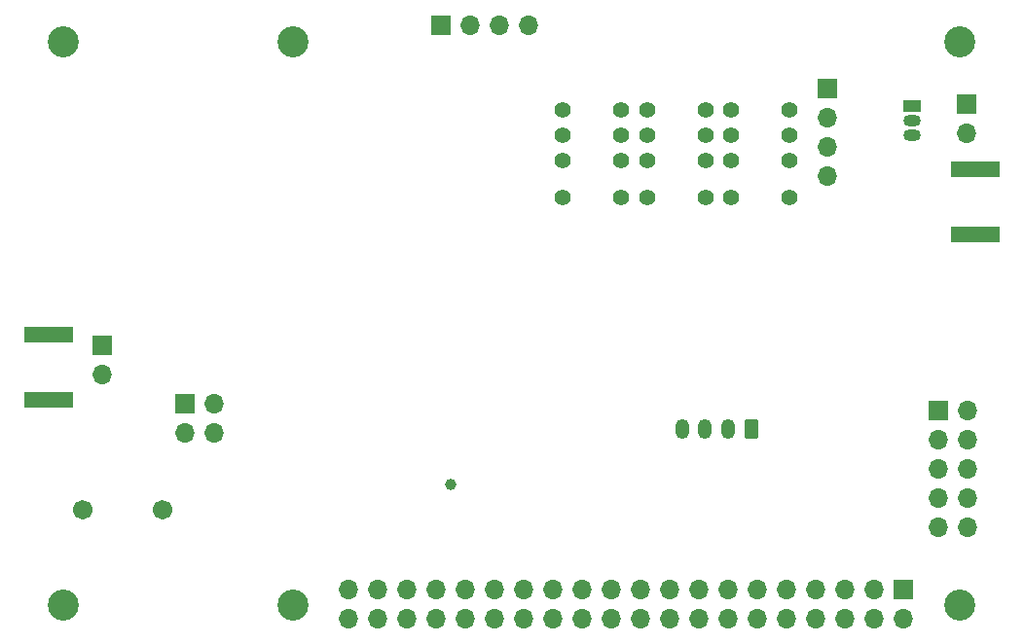
<source format=gbs>
G04 #@! TF.GenerationSoftware,KiCad,Pcbnew,7.0.10*
G04 #@! TF.CreationDate,2024-02-06T16:41:22-06:00*
G04 #@! TF.ProjectId,radiohead,72616469-6f68-4656-9164-2e6b69636164,2.0*
G04 #@! TF.SameCoordinates,Original*
G04 #@! TF.FileFunction,Soldermask,Bot*
G04 #@! TF.FilePolarity,Negative*
%FSLAX46Y46*%
G04 Gerber Fmt 4.6, Leading zero omitted, Abs format (unit mm)*
G04 Created by KiCad (PCBNEW 7.0.10) date 2024-02-06 16:41:22*
%MOMM*%
%LPD*%
G01*
G04 APERTURE LIST*
G04 Aperture macros list*
%AMRoundRect*
0 Rectangle with rounded corners*
0 $1 Rounding radius*
0 $2 $3 $4 $5 $6 $7 $8 $9 X,Y pos of 4 corners*
0 Add a 4 corners polygon primitive as box body*
4,1,4,$2,$3,$4,$5,$6,$7,$8,$9,$2,$3,0*
0 Add four circle primitives for the rounded corners*
1,1,$1+$1,$2,$3*
1,1,$1+$1,$4,$5*
1,1,$1+$1,$6,$7*
1,1,$1+$1,$8,$9*
0 Add four rect primitives between the rounded corners*
20,1,$1+$1,$2,$3,$4,$5,0*
20,1,$1+$1,$4,$5,$6,$7,0*
20,1,$1+$1,$6,$7,$8,$9,0*
20,1,$1+$1,$8,$9,$2,$3,0*%
G04 Aperture macros list end*
%ADD10C,2.700000*%
%ADD11R,4.200000X1.350000*%
%ADD12R,1.700000X1.700000*%
%ADD13O,1.700000X1.700000*%
%ADD14C,1.000000*%
%ADD15RoundRect,0.250000X0.350000X0.625000X-0.350000X0.625000X-0.350000X-0.625000X0.350000X-0.625000X0*%
%ADD16O,1.200000X1.750000*%
%ADD17R,1.500000X1.050000*%
%ADD18O,1.500000X1.050000*%
%ADD19C,1.400000*%
%ADD20C,1.701800*%
G04 APERTURE END LIST*
D10*
X103500000Y-103500000D03*
X161500000Y-103500000D03*
D11*
X82230000Y-129032600D03*
X82230000Y-134682600D03*
D10*
X103500000Y-152500000D03*
X161500000Y-152500000D03*
D12*
X159620000Y-135636000D03*
D13*
X162160000Y-135636000D03*
X159620000Y-138176000D03*
X162160000Y-138176000D03*
X159620000Y-140716000D03*
X162160000Y-140716000D03*
X159620000Y-143256000D03*
X162160000Y-143256000D03*
X159620000Y-145796000D03*
X162160000Y-145796000D03*
D14*
X117239800Y-142029400D03*
D15*
X143345000Y-137215000D03*
D16*
X141345000Y-137215000D03*
X139345000Y-137215000D03*
X137345000Y-137215000D03*
D12*
X149955000Y-107545000D03*
D13*
X149955000Y-110085000D03*
X149955000Y-112625000D03*
X149955000Y-115165000D03*
D17*
X157345000Y-109135000D03*
D18*
X157345000Y-110405000D03*
X157345000Y-111675000D03*
D12*
X86895000Y-129915000D03*
D13*
X86895000Y-132455000D03*
D19*
X132025000Y-117035000D03*
X132025000Y-113835000D03*
X132025000Y-111635000D03*
X132025000Y-109435000D03*
X126945000Y-109435000D03*
X126945000Y-111635000D03*
X126945000Y-113835000D03*
X126945000Y-117035000D03*
D11*
X162860000Y-120265000D03*
X162860000Y-114615000D03*
D12*
X94124600Y-135032800D03*
D13*
X96664600Y-135032800D03*
X94124600Y-137572800D03*
X96664600Y-137572800D03*
D10*
X83500000Y-103500000D03*
D12*
X162095000Y-108945000D03*
D13*
X162095000Y-111485000D03*
D19*
X146715000Y-117035000D03*
X146715000Y-113835000D03*
X146715000Y-111635000D03*
X146715000Y-109435000D03*
X141635000Y-109435000D03*
X141635000Y-111635000D03*
X141635000Y-113835000D03*
X141635000Y-117035000D03*
X139393333Y-117035000D03*
X139393333Y-113835000D03*
X139393333Y-111635000D03*
X139393333Y-109435000D03*
X134313333Y-109435000D03*
X134313333Y-111635000D03*
X134313333Y-113835000D03*
X134313333Y-117035000D03*
D10*
X83500000Y-152500000D03*
D20*
X85174701Y-144255000D03*
X92174700Y-144255000D03*
D12*
X116375000Y-102085000D03*
D13*
X118915000Y-102085000D03*
X121455000Y-102085000D03*
X123995000Y-102085000D03*
D12*
X156600000Y-151200000D03*
D13*
X156600000Y-153740000D03*
X154060000Y-151200000D03*
X154060000Y-153740000D03*
X151520000Y-151200000D03*
X151520000Y-153740000D03*
X148980000Y-151200000D03*
X148980000Y-153740000D03*
X146440000Y-151200000D03*
X146440000Y-153740000D03*
X143900000Y-151200000D03*
X143900000Y-153740000D03*
X141360000Y-151200000D03*
X141360000Y-153740000D03*
X138820000Y-151200000D03*
X138820000Y-153740000D03*
X136280000Y-151200000D03*
X136280000Y-153740000D03*
X133740000Y-151200000D03*
X133740000Y-153740000D03*
X131200000Y-151200000D03*
X131200000Y-153740000D03*
X128660000Y-151200000D03*
X128660000Y-153740000D03*
X126120000Y-151200000D03*
X126120000Y-153740000D03*
X123580000Y-151200000D03*
X123580000Y-153740000D03*
X121040000Y-151200000D03*
X121040000Y-153740000D03*
X118500000Y-151200000D03*
X118500000Y-153740000D03*
X115960000Y-151200000D03*
X115960000Y-153740000D03*
X113420000Y-151200000D03*
X113420000Y-153740000D03*
X110880000Y-151200000D03*
X110880000Y-153740000D03*
X108340000Y-151200000D03*
X108340000Y-153740000D03*
M02*

</source>
